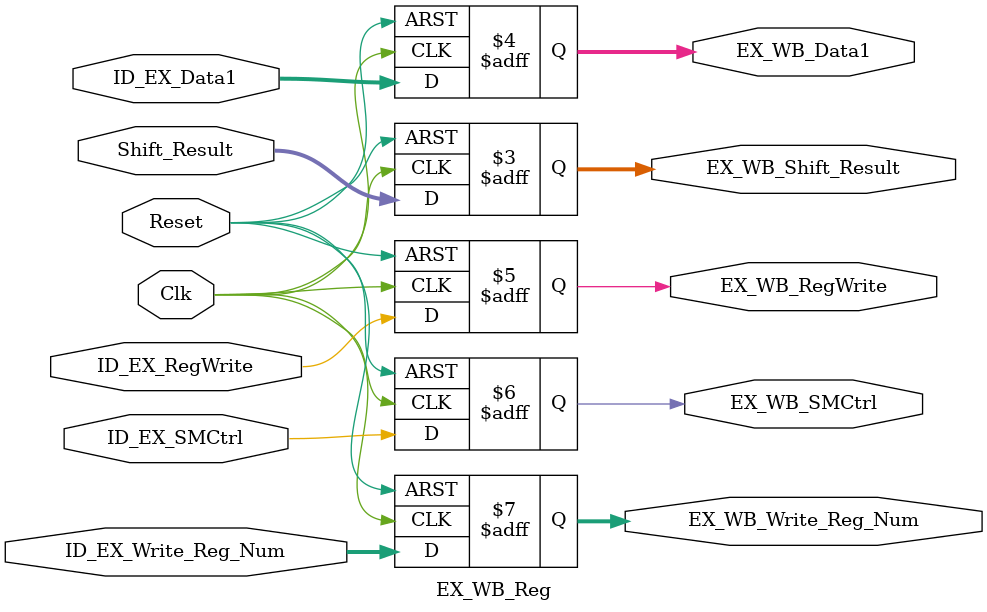
<source format=v>
`timescale 1ns / 1ps
module EX_WB_Reg(input Clk, input Reset, input [7:0] Shift_Result, input [7:0] ID_EX_Data1, 
	input ID_EX_RegWrite, input ID_EX_SMCtrl, input [2:0] ID_EX_Write_Reg_Num, 
	output reg [7:0] EX_WB_Shift_Result, output reg [7:0] EX_WB_Data1, output reg EX_WB_RegWrite, 
	output reg EX_WB_SMCtrl, output reg [2:0] EX_WB_Write_Reg_Num //input [1:0] FwdCtrl
    );
	//reg [7:0] Fwd;
	always@(posedge Clk,negedge Reset)
	begin
	if(Reset==0)
		begin
		EX_WB_Shift_Result <= 0;
		EX_WB_Data1 <= 0;
		EX_WB_RegWrite <= 0;
		EX_WB_SMCtrl <= 0;
		EX_WB_Write_Reg_Num <= 0;
		end 
	else
		begin
		/*case(FwdCtrl)
		2'b10: begin
				 Fwd= EX_WB_Shift_Result;
				 //ID_EX_Data1 = Fwd;
				 EX_WB_Shift_Result = Fwd;
				 end
		2'b11: begin
				 Fwd= EX_WB_Data1;
				 //ID_EX_Data1 = Fwd;
				 EX_WB_Data1 = Fwd;
				 end
		default : begin
					 EX_WB_Shift_Result = Shift_Result;
					 EX_WB_Data1 = ID_EX_Data1;
					 end
		endcase*/
		EX_WB_Shift_Result <= Shift_Result;
		EX_WB_Data1 <= ID_EX_Data1;
		EX_WB_RegWrite <= ID_EX_RegWrite;
		EX_WB_SMCtrl <= ID_EX_SMCtrl;
		EX_WB_Write_Reg_Num <= ID_EX_Write_Reg_Num;
		end
	end 

endmodule

</source>
